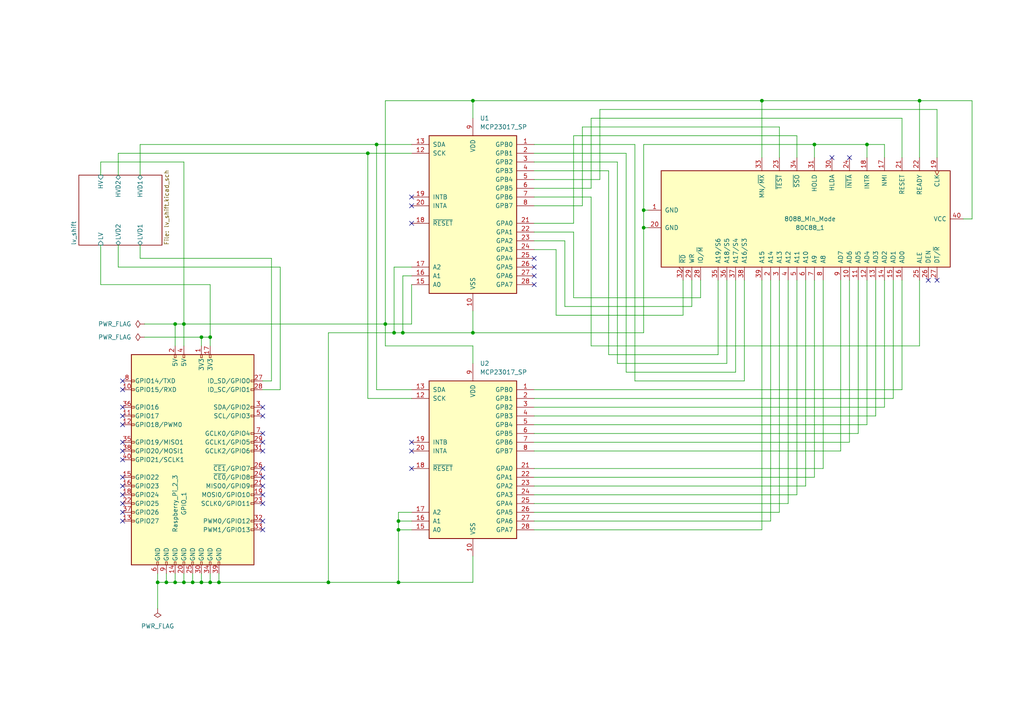
<source format=kicad_sch>
(kicad_sch (version 20211123) (generator eeschema)
  (paper "A4")
  (title_block (title "VirtualXT - RaspberryPI HW Validator") (rev "2"))
  (lib_symbols
    (symbol "Connector:Raspberry_Pi_2_3" (pin_names (offset 1.016))
      (property "Reference" "J" (at -17.78 31.75 0))
      (property "Value" "Raspberry_Pi_2_3" (at 10.16 -31.75 0))
      (symbol "Raspberry_Pi_2_3_0_1"
        (rectangle (start -17.78 30.48) (end 17.78 -30.48) (stroke (width 0.254)) (fill (type background)))
      )
      (symbol "Raspberry_Pi_2_3_1_1"
        (rectangle (start -16.891 -17.526) (end -17.78 -18.034))
        (rectangle (start -16.891 -14.986) (end -17.78 -15.494))
        (rectangle (start -16.891 -12.446) (end -17.78 -12.954))
        (rectangle (start -16.891 -9.906) (end -17.78 -10.414))
        (rectangle (start -16.891 -7.366) (end -17.78 -7.874))
        (rectangle (start -16.891 -4.826) (end -17.78 -5.334))
        (rectangle (start -16.891 0.254) (end -17.78 -0.254))
        (rectangle (start -16.891 2.794) (end -17.78 2.286))
        (rectangle (start -16.891 5.334) (end -17.78 4.826))
        (rectangle (start -16.891 10.414) (end -17.78 9.906))
        (rectangle (start -16.891 12.954) (end -17.78 12.446))
        (rectangle (start -16.891 15.494) (end -17.78 14.986))
        (rectangle (start -16.891 20.574) (end -17.78 20.066))
        (rectangle (start -16.891 23.114) (end -17.78 22.606))
        (rectangle (start -10.414 -29.591) (end -9.906 -30.48))
        (rectangle (start -7.874 -29.591) (end -7.366 -30.48))
        (rectangle (start -5.334 -29.591) (end -4.826 -30.48))
        (rectangle (start -5.334 30.48) (end -4.826 29.591))
        (rectangle (start -2.794 -29.591) (end -2.286 -30.48))
        (rectangle (start -2.794 30.48) (end -2.286 29.591))
        (rectangle (start -0.254 -29.591) (end 0.254 -30.48))
        (rectangle (start 2.286 -29.591) (end 2.794 -30.48))
        (rectangle (start 2.286 30.48) (end 2.794 29.591))
        (rectangle (start 4.826 -29.591) (end 5.334 -30.48))
        (rectangle (start 4.826 30.48) (end 5.334 29.591))
        (rectangle (start 7.366 -29.591) (end 7.874 -30.48))
        (rectangle (start 17.78 -20.066) (end 16.891 -20.574))
        (rectangle (start 17.78 -17.526) (end 16.891 -18.034))
        (rectangle (start 17.78 -12.446) (end 16.891 -12.954))
        (rectangle (start 17.78 -9.906) (end 16.891 -10.414))
        (rectangle (start 17.78 -7.366) (end 16.891 -7.874))
        (rectangle (start 17.78 -4.826) (end 16.891 -5.334))
        (rectangle (start 17.78 -2.286) (end 16.891 -2.794))
        (rectangle (start 17.78 2.794) (end 16.891 2.286))
        (rectangle (start 17.78 5.334) (end 16.891 4.826))
        (rectangle (start 17.78 7.874) (end 16.891 7.366))
        (rectangle (start 17.78 12.954) (end 16.891 12.446))
        (rectangle (start 17.78 15.494) (end 16.891 14.986))
        (rectangle (start 17.78 20.574) (end 16.891 20.066))
        (rectangle (start 17.78 23.114) (end 16.891 22.606))
        (pin power_in line (at 2.54 33.02 270) (length 2.54) (name "3V3") (number "1"))
        (pin bidirectional line (at -20.32 20.32 0) (length 2.54) (name "GPIO15/RXD") (number "10"))
        (pin bidirectional line (at -20.32 12.7 0) (length 2.54) (name "GPIO17") (number "11"))
        (pin bidirectional line (at -20.32 10.16 0) (length 2.54) (name "GPIO18/PWM0") (number "12"))
        (pin bidirectional line (at -20.32 -17.78 0) (length 2.54) (name "GPIO27") (number "13"))
        (pin power_in line (at -5.08 -33.02 90) (length 2.54) (name "GND") (number "14"))
        (pin bidirectional line (at -20.32 -5.08 0) (length 2.54) (name "GPIO22") (number "15"))
        (pin bidirectional line (at -20.32 -7.62 0) (length 2.54) (name "GPIO23") (number "16"))
        (pin power_in line (at 5.08 33.02 270) (length 2.54) (name "3V3") (number "17"))
        (pin bidirectional line (at -20.32 -10.16 0) (length 2.54) (name "GPIO24") (number "18"))
        (pin bidirectional line (at 20.32 -10.16 180) (length 2.54) (name "MOSI0/GPIO10") (number "19"))
        (pin power_in line (at -5.08 33.02 270) (length 2.54) (name "5V") (number "2"))
        (pin power_in line (at -2.54 -33.02 90) (length 2.54) (name "GND") (number "20"))
        (pin bidirectional line (at 20.32 -7.62 180) (length 2.54) (name "MISO0/GPIO9") (number "21"))
        (pin bidirectional line (at -20.32 -12.7 0) (length 2.54) (name "GPIO25") (number "22"))
        (pin bidirectional line (at 20.32 -12.7 180) (length 2.54) (name "SCLK0/GPIO11") (number "23"))
        (pin bidirectional line (at 20.32 -5.08 180) (length 2.54) (name "~{CE0}/GPIO8") (number "24"))
        (pin power_in line (at 0 -33.02 90) (length 2.54) (name "GND") (number "25"))
        (pin bidirectional line (at 20.32 -2.54 180) (length 2.54) (name "~{CE1}/GPIO7") (number "26"))
        (pin bidirectional line (at 20.32 22.86 180) (length 2.54) (name "ID_SD/GPIO0") (number "27"))
        (pin bidirectional line (at 20.32 20.32 180) (length 2.54) (name "ID_SC/GPIO1") (number "28"))
        (pin bidirectional line (at 20.32 5.08 180) (length 2.54) (name "GCLK1/GPIO5") (number "29"))
        (pin bidirectional line (at 20.32 15.24 180) (length 2.54) (name "SDA/GPIO2") (number "3"))
        (pin power_in line (at 2.54 -33.02 90) (length 2.54) (name "GND") (number "30"))
        (pin bidirectional line (at 20.32 2.54 180) (length 2.54) (name "GCLK2/GPIO6") (number "31"))
        (pin bidirectional line (at 20.32 -17.78 180) (length 2.54) (name "PWM0/GPIO12") (number "32"))
        (pin bidirectional line (at 20.32 -20.32 180) (length 2.54) (name "PWM1/GPIO13") (number "33"))
        (pin power_in line (at 5.08 -33.02 90) (length 2.54) (name "GND") (number "34"))
        (pin bidirectional line (at -20.32 5.08 0) (length 2.54) (name "GPIO19/MISO1") (number "35"))
        (pin bidirectional line (at -20.32 15.24 0) (length 2.54) (name "GPIO16") (number "36"))
        (pin bidirectional line (at -20.32 -15.24 0) (length 2.54) (name "GPIO26") (number "37"))
        (pin bidirectional line (at -20.32 2.54 0) (length 2.54) (name "GPIO20/MOSI1") (number "38"))
        (pin power_in line (at 7.62 -33.02 90) (length 2.54) (name "GND") (number "39"))
        (pin power_in line (at -2.54 33.02 270) (length 2.54) (name "5V") (number "4"))
        (pin bidirectional line (at -20.32 0 0) (length 2.54) (name "GPIO21/SCLK1") (number "40"))
        (pin bidirectional line (at 20.32 12.7 180) (length 2.54) (name "SCL/GPIO3") (number "5"))
        (pin power_in line (at -10.16 -33.02 90) (length 2.54) (name "GND") (number "6"))
        (pin bidirectional line (at 20.32 7.62 180) (length 2.54) (name "GCLK0/GPIO4") (number "7"))
        (pin bidirectional line (at -20.32 22.86 0) (length 2.54) (name "GPIO14/TXD") (number "8"))
        (pin power_in line (at -7.62 -33.02 90) (length 2.54) (name "GND") (number "9"))
      )
    )
    (symbol "Interface_Expansion:MCP23017_SP" (pin_names (offset 1.016))
      (property "Reference" "U" (at -11.43 24.13 0))
      (property "Value" "MCP23017_SP" (at 0 0 0))
      (symbol "MCP23017_SP_0_1"
        (rectangle (start -12.7 22.86) (end 12.7 -22.86) (stroke (width 0.254)) (fill (type background)))
      )
      (symbol "MCP23017_SP_1_1"
        (pin bidirectional line (at 17.78 20.32 180) (length 5.08) (name "GPB0") (number "1"))
        (pin power_in line (at 0 -27.94 90) (length 5.08) (name "VSS") (number "10"))
        (pin no_connect line (at -12.7 15.24 0) (length 5.08) hide (name "NC") (number "11"))
        (pin input line (at -17.78 17.78 0) (length 5.08) (name "SCK") (number "12"))
        (pin bidirectional line (at -17.78 20.32 0) (length 5.08) (name "SDA") (number "13"))
        (pin no_connect line (at -12.7 12.7 0) (length 5.08) hide (name "NC") (number "14"))
        (pin input line (at -17.78 -20.32 0) (length 5.08) (name "A0") (number "15"))
        (pin input line (at -17.78 -17.78 0) (length 5.08) (name "A1") (number "16"))
        (pin input line (at -17.78 -15.24 0) (length 5.08) (name "A2") (number "17"))
        (pin input line (at -17.78 -2.54 0) (length 5.08) (name "~{RESET}") (number "18"))
        (pin tri_state line (at -17.78 5.08 0) (length 5.08) (name "INTB") (number "19"))
        (pin bidirectional line (at 17.78 17.78 180) (length 5.08) (name "GPB1") (number "2"))
        (pin tri_state line (at -17.78 2.54 0) (length 5.08) (name "INTA") (number "20"))
        (pin bidirectional line (at 17.78 -2.54 180) (length 5.08) (name "GPA0") (number "21"))
        (pin bidirectional line (at 17.78 -5.08 180) (length 5.08) (name "GPA1") (number "22"))
        (pin bidirectional line (at 17.78 -7.62 180) (length 5.08) (name "GPA2") (number "23"))
        (pin bidirectional line (at 17.78 -10.16 180) (length 5.08) (name "GPA3") (number "24"))
        (pin bidirectional line (at 17.78 -12.7 180) (length 5.08) (name "GPA4") (number "25"))
        (pin bidirectional line (at 17.78 -15.24 180) (length 5.08) (name "GPA5") (number "26"))
        (pin bidirectional line (at 17.78 -17.78 180) (length 5.08) (name "GPA6") (number "27"))
        (pin bidirectional line (at 17.78 -20.32 180) (length 5.08) (name "GPA7") (number "28"))
        (pin bidirectional line (at 17.78 15.24 180) (length 5.08) (name "GPB2") (number "3"))
        (pin bidirectional line (at 17.78 12.7 180) (length 5.08) (name "GPB3") (number "4"))
        (pin bidirectional line (at 17.78 10.16 180) (length 5.08) (name "GPB4") (number "5"))
        (pin bidirectional line (at 17.78 7.62 180) (length 5.08) (name "GPB5") (number "6"))
        (pin bidirectional line (at 17.78 5.08 180) (length 5.08) (name "GPB6") (number "7"))
        (pin bidirectional line (at 17.78 2.54 180) (length 5.08) (name "GPB7") (number "8"))
        (pin power_in line (at 0 27.94 270) (length 5.08) (name "VDD") (number "9"))
      )
    )
    (symbol "MCU_Intel:8088_Min_Mode" (pin_names (offset 1.016))
      (property "Reference" "U" (at -12.7 43.18 0))
      (property "Value" "8088_Min_Mode" (at 10.16 43.18 0))
      (symbol "8088_Min_Mode_0_1"
        (rectangle (start 13.97 -41.91) (end -13.97 41.91) (stroke (width 0.254)) (fill (type background)))
      )
      (symbol "8088_Min_Mode_1_1"
        (pin power_in line (at -2.54 -45.72 90) (length 3.81) (name "GND") (number "1"))
        (pin bidirectional line (at 17.78 12.7 180) (length 3.81) (name "AD6") (number "10"))
        (pin bidirectional line (at 17.78 15.24 180) (length 3.81) (name "AD5") (number "11"))
        (pin bidirectional line (at 17.78 17.78 180) (length 3.81) (name "AD4") (number "12"))
        (pin bidirectional line (at 17.78 20.32 180) (length 3.81) (name "AD3") (number "13"))
        (pin bidirectional line (at 17.78 22.86 180) (length 3.81) (name "AD2") (number "14"))
        (pin bidirectional line (at 17.78 25.4 180) (length 3.81) (name "AD1") (number "15"))
        (pin bidirectional line (at 17.78 27.94 180) (length 3.81) (name "AD0") (number "16"))
        (pin input line (at -17.78 22.86 0) (length 3.81) (name "NMI") (number "17"))
        (pin input line (at -17.78 17.78 0) (length 3.81) (name "INTR") (number "18"))
        (pin input clock (at -17.78 38.1 0) (length 3.81) (name "CLK") (number "19"))
        (pin output line (at 17.78 -10.16 180) (length 3.81) (name "A14") (number "2"))
        (pin power_in line (at 2.54 -45.72 90) (length 3.81) (name "GND") (number "20"))
        (pin input line (at -17.78 27.94 0) (length 3.81) (name "RESET") (number "21"))
        (pin input line (at -17.78 33.02 0) (length 3.81) (name "READY") (number "22"))
        (pin input line (at -17.78 -7.62 0) (length 3.81) (name "~{TEST}") (number "23"))
        (pin output line (at -17.78 12.7 0) (length 3.81) (name "~{INTA}") (number "24"))
        (pin output line (at 17.78 33.02 180) (length 3.81) (name "ALE") (number "25"))
        (pin output line (at 17.78 35.56 180) (length 3.81) (name "DEN") (number "26"))
        (pin output line (at 17.78 38.1 180) (length 3.81) (name "DT/~{R}") (number "27"))
        (pin output line (at 17.78 -30.48 180) (length 3.81) (name "IO/~{M}") (number "28"))
        (pin output line (at 17.78 -33.02 180) (length 3.81) (name "WR") (number "29"))
        (pin output line (at 17.78 -7.62 180) (length 3.81) (name "A13") (number "3"))
        (pin output line (at -17.78 7.62 0) (length 3.81) (name "HLDA") (number "30"))
        (pin input line (at -17.78 2.54 0) (length 3.81) (name "HOLD") (number "31"))
        (pin output output_low (at 17.78 -35.56 180) (length 3.81) (name "~{RD}") (number "32"))
        (pin input line (at -17.78 -12.7 0) (length 3.81) (name "MN/~{MX}") (number "33"))
        (pin output line (at -17.78 -2.54 0) (length 3.81) (name "~{SSO}") (number "34"))
        (pin output line (at 17.78 -25.4 180) (length 3.81) (name "A19/S6") (number "35"))
        (pin output line (at 17.78 -22.86 180) (length 3.81) (name "A18/S5") (number "36"))
        (pin output line (at 17.78 -20.32 180) (length 3.81) (name "A17/S4") (number "37"))
        (pin output line (at 17.78 -17.78 180) (length 3.81) (name "A16/S3") (number "38"))
        (pin output line (at 17.78 -12.7 180) (length 3.81) (name "A15") (number "39"))
        (pin output line (at 17.78 -5.08 180) (length 3.81) (name "A12") (number "4"))
        (pin power_in line (at 0 45.72 270) (length 3.81) (name "VCC") (number "40"))
        (pin output line (at 17.78 -2.54 180) (length 3.81) (name "A11") (number "5"))
        (pin output line (at 17.78 0 180) (length 3.81) (name "A10") (number "6"))
        (pin output line (at 17.78 2.54 180) (length 3.81) (name "A9") (number "7"))
        (pin output line (at 17.78 5.08 180) (length 3.81) (name "A8") (number "8"))
        (pin bidirectional line (at 17.78 10.16 180) (length 3.81) (name "AD7") (number "9"))
      )
    )
    (symbol "power:PWR_FLAG" (power) (pin_numbers hide) (pin_names (offset 0) hide)
      (property "Value" "PWR_FLAG" (at 0 3.81 0))
      (symbol "PWR_FLAG_0_0"
        (pin power_out line (at 0 0 90) (length 0) (name "pwr") (number "1"))
      )
      (symbol "PWR_FLAG_0_1"
        (polyline (pts (xy 0 0) (xy 0 1.27) (xy -1.016 1.905) (xy 0 2.54) (xy 1.016 1.905) (xy 0 1.27)))
      )
    )
  )
  (junction (at 186.69 66.04))
  (junction (at 58.42 168.91))
  (junction (at 266.7 29.21))
  (junction (at 109.22 41.91))
  (junction (at 53.34 168.91))
  (junction (at 53.34 93.98))
  (junction (at 58.42 97.79))
  (junction (at 50.8 168.91))
  (junction (at 220.98 29.21))
  (junction (at 251.46 41.91))
  (junction (at 115.57 151.13))
  (junction (at 60.96 168.91))
  (junction (at 48.26 168.91))
  (junction (at 60.96 97.79))
  (junction (at 137.16 96.52))
  (junction (at 95.25 168.91))
  (junction (at 55.88 168.91))
  (junction (at 115.57 153.67))
  (junction (at 111.76 93.98))
  (junction (at 115.57 168.91))
  (junction (at 236.22 41.91))
  (junction (at 106.68 44.45))
  (junction (at 114.3 96.52))
  (junction (at 63.5 168.91))
  (junction (at 137.16 29.21))
  (junction (at 186.69 60.96))
  (junction (at 116.84 96.52))
  (junction (at 45.72 168.91))
  (junction (at 50.8 93.98))
  (no_connect (at 271.78 81.28))
  (no_connect (at 269.24 81.28))
  (no_connect (at 246.38 45.72))
  (no_connect (at 241.3 45.72))
  (no_connect (at 35.56 110.49))
  (no_connect (at 35.56 113.03))
  (no_connect (at 76.2 146.05))
  (no_connect (at 76.2 143.51))
  (no_connect (at 76.2 140.97))
  (no_connect (at 76.2 138.43))
  (no_connect (at 76.2 135.89))
  (no_connect (at 119.38 128.27))
  (no_connect (at 119.38 130.81))
  (no_connect (at 119.38 135.89))
  (no_connect (at 76.2 153.67))
  (no_connect (at 76.2 151.13))
  (no_connect (at 76.2 130.81))
  (no_connect (at 76.2 128.27))
  (no_connect (at 76.2 125.73))
  (no_connect (at 76.2 120.65))
  (no_connect (at 76.2 118.11))
  (no_connect (at 35.56 118.11))
  (no_connect (at 35.56 120.65))
  (no_connect (at 35.56 123.19))
  (no_connect (at 35.56 128.27))
  (no_connect (at 35.56 130.81))
  (no_connect (at 35.56 133.35))
  (no_connect (at 35.56 138.43))
  (no_connect (at 35.56 140.97))
  (no_connect (at 35.56 143.51))
  (no_connect (at 35.56 146.05))
  (no_connect (at 35.56 148.59))
  (no_connect (at 35.56 151.13))
  (no_connect (at 154.94 80.01))
  (no_connect (at 154.94 82.55))
  (no_connect (at 154.94 74.93))
  (no_connect (at 154.94 77.47))
  (no_connect (at 119.38 57.15))
  (no_connect (at 119.38 59.69))
  (no_connect (at 119.38 64.77))
  (wire (pts (xy 243.84 130.81) (xy 243.84 81.28)))
  (wire (pts (xy 226.06 36.83) (xy 168.91 36.83)))
  (wire (pts (xy 271.78 31.75) (xy 271.78 45.72)))
  (wire (pts (xy 53.34 46.99) (xy 53.34 93.98)))
  (wire (pts (xy 171.45 34.29) (xy 171.45 54.61)))
  (wire (pts (xy 58.42 166.37) (xy 58.42 168.91)))
  (wire (pts (xy 41.91 93.98) (xy 50.8 93.98)))
  (wire (pts (xy 254 120.65) (xy 254 81.28)))
  (wire (pts (xy 76.2 113.03) (xy 81.28 113.03)))
  (wire (pts (xy 119.38 80.01) (xy 116.84 80.01)))
  (wire (pts (xy 34.29 44.45) (xy 34.29 50.8)))
  (wire (pts (xy 45.72 168.91) (xy 48.26 168.91)))
  (wire (pts (xy 63.5 168.91) (xy 95.25 168.91)))
  (wire (pts (xy 163.83 69.85) (xy 163.83 88.9)))
  (wire (pts (xy 213.36 81.28) (xy 213.36 107.95)))
  (wire (pts (xy 266.7 81.28) (xy 266.7 100.33)))
  (wire (pts (xy 114.3 96.52) (xy 116.84 96.52)))
  (wire (pts (xy 226.06 45.72) (xy 226.06 36.83)))
  (wire (pts (xy 137.16 96.52) (xy 186.69 96.52)))
  (wire (pts (xy 171.45 100.33) (xy 171.45 57.15)))
  (wire (pts (xy 78.74 74.93) (xy 40.64 74.93)))
  (wire (pts (xy 213.36 107.95) (xy 181.61 107.95)))
  (wire (pts (xy 106.68 115.57) (xy 106.68 44.45)))
  (wire (pts (xy 246.38 128.27) (xy 246.38 81.28)))
  (wire (pts (xy 198.12 81.28) (xy 198.12 91.44)))
  (wire (pts (xy 76.2 110.49) (xy 78.74 110.49)))
  (wire (pts (xy 154.94 113.03) (xy 261.62 113.03)))
  (wire (pts (xy 231.14 143.51) (xy 231.14 81.28)))
  (wire (pts (xy 154.94 115.57) (xy 259.08 115.57)))
  (wire (pts (xy 58.42 168.91) (xy 60.96 168.91)))
  (wire (pts (xy 231.14 39.37) (xy 231.14 45.72)))
  (wire (pts (xy 115.57 168.91) (xy 137.16 168.91)))
  (wire (pts (xy 166.37 67.31) (xy 154.94 67.31)))
  (wire (pts (xy 119.38 113.03) (xy 109.22 113.03)))
  (wire (pts (xy 154.94 128.27) (xy 246.38 128.27)))
  (wire (pts (xy 106.68 44.45) (xy 119.38 44.45)))
  (wire (pts (xy 261.62 34.29) (xy 171.45 34.29)))
  (wire (pts (xy 115.57 151.13) (xy 115.57 153.67)))
  (wire (pts (xy 116.84 80.01) (xy 116.84 96.52)))
  (wire (pts (xy 186.69 41.91) (xy 236.22 41.91)))
  (wire (pts (xy 181.61 107.95) (xy 181.61 44.45)))
  (wire (pts (xy 95.25 168.91) (xy 115.57 168.91)))
  (wire (pts (xy 266.7 29.21) (xy 266.7 45.72)))
  (wire (pts (xy 137.16 29.21) (xy 137.16 34.29)))
  (wire (pts (xy 81.28 77.47) (xy 34.29 77.47)))
  (wire (pts (xy 78.74 110.49) (xy 78.74 74.93)))
  (wire (pts (xy 281.94 29.21) (xy 266.7 29.21)))
  (wire (pts (xy 45.72 168.91) (xy 45.72 176.53)))
  (wire (pts (xy 236.22 138.43) (xy 236.22 81.28)))
  (wire (pts (xy 179.07 46.99) (xy 179.07 105.41)))
  (wire (pts (xy 220.98 29.21) (xy 137.16 29.21)))
  (wire (pts (xy 173.99 31.75) (xy 271.78 31.75)))
  (wire (pts (xy 203.2 86.36) (xy 166.37 86.36)))
  (wire (pts (xy 186.69 66.04) (xy 186.69 60.96)))
  (wire (pts (xy 60.96 168.91) (xy 63.5 168.91)))
  (wire (pts (xy 63.5 166.37) (xy 63.5 168.91)))
  (wire (pts (xy 261.62 45.72) (xy 261.62 34.29)))
  (wire (pts (xy 111.76 93.98) (xy 111.76 100.33)))
  (wire (pts (xy 48.26 166.37) (xy 48.26 168.91)))
  (wire (pts (xy 279.4 63.5) (xy 281.94 63.5)))
  (wire (pts (xy 179.07 105.41) (xy 210.82 105.41)))
  (wire (pts (xy 168.91 59.69) (xy 154.94 59.69)))
  (wire (pts (xy 40.64 74.93) (xy 40.64 71.12)))
  (wire (pts (xy 220.98 29.21) (xy 220.98 45.72)))
  (wire (pts (xy 58.42 97.79) (xy 60.96 97.79)))
  (wire (pts (xy 210.82 105.41) (xy 210.82 81.28)))
  (wire (pts (xy 60.96 100.33) (xy 60.96 97.79)))
  (wire (pts (xy 281.94 63.5) (xy 281.94 29.21)))
  (wire (pts (xy 116.84 96.52) (xy 137.16 96.52)))
  (wire (pts (xy 115.57 153.67) (xy 115.57 168.91)))
  (wire (pts (xy 29.21 82.55) (xy 29.21 71.12)))
  (wire (pts (xy 29.21 82.55) (xy 60.96 82.55)))
  (wire (pts (xy 266.7 100.33) (xy 171.45 100.33)))
  (wire (pts (xy 95.25 96.52) (xy 114.3 96.52)))
  (wire (pts (xy 163.83 88.9) (xy 200.66 88.9)))
  (wire (pts (xy 60.96 82.55) (xy 60.96 97.79)))
  (wire (pts (xy 168.91 36.83) (xy 168.91 59.69)))
  (wire (pts (xy 40.64 50.8) (xy 40.64 41.91)))
  (wire (pts (xy 259.08 81.28) (xy 259.08 115.57)))
  (wire (pts (xy 119.38 148.59) (xy 115.57 148.59)))
  (wire (pts (xy 154.94 146.05) (xy 228.6 146.05)))
  (wire (pts (xy 119.38 93.98) (xy 119.38 82.55)))
  (wire (pts (xy 198.12 91.44) (xy 161.29 91.44)))
  (wire (pts (xy 119.38 77.47) (xy 114.3 77.47)))
  (wire (pts (xy 256.54 118.11) (xy 256.54 81.28)))
  (wire (pts (xy 53.34 166.37) (xy 53.34 168.91)))
  (wire (pts (xy 111.76 93.98) (xy 111.76 29.21)))
  (wire (pts (xy 251.46 41.91) (xy 256.54 41.91)))
  (wire (pts (xy 184.15 110.49) (xy 215.9 110.49)))
  (wire (pts (xy 154.94 130.81) (xy 243.84 130.81)))
  (wire (pts (xy 166.37 39.37) (xy 231.14 39.37)))
  (wire (pts (xy 154.94 123.19) (xy 251.46 123.19)))
  (wire (pts (xy 154.94 120.65) (xy 254 120.65)))
  (wire (pts (xy 154.94 46.99) (xy 179.07 46.99)))
  (wire (pts (xy 50.8 166.37) (xy 50.8 168.91)))
  (wire (pts (xy 236.22 41.91) (xy 251.46 41.91)))
  (wire (pts (xy 109.22 113.03) (xy 109.22 41.91)))
  (wire (pts (xy 111.76 93.98) (xy 119.38 93.98)))
  (wire (pts (xy 40.64 41.91) (xy 109.22 41.91)))
  (wire (pts (xy 29.21 50.8) (xy 29.21 46.99)))
  (wire (pts (xy 220.98 153.67) (xy 220.98 81.28)))
  (wire (pts (xy 45.72 166.37) (xy 45.72 168.91)))
  (wire (pts (xy 161.29 91.44) (xy 161.29 72.39)))
  (wire (pts (xy 171.45 54.61) (xy 154.94 54.61)))
  (wire (pts (xy 203.2 81.28) (xy 203.2 86.36)))
  (wire (pts (xy 208.28 81.28) (xy 208.28 102.87)))
  (wire (pts (xy 109.22 41.91) (xy 119.38 41.91)))
  (wire (pts (xy 111.76 100.33) (xy 137.16 100.33)))
  (wire (pts (xy 154.94 72.39) (xy 161.29 72.39)))
  (wire (pts (xy 171.45 57.15) (xy 154.94 57.15)))
  (wire (pts (xy 215.9 110.49) (xy 215.9 81.28)))
  (wire (pts (xy 137.16 96.52) (xy 137.16 90.17)))
  (wire (pts (xy 186.69 96.52) (xy 186.69 66.04)))
  (wire (pts (xy 154.94 143.51) (xy 231.14 143.51)))
  (wire (pts (xy 154.94 138.43) (xy 236.22 138.43)))
  (wire (pts (xy 173.99 52.07) (xy 173.99 31.75)))
  (wire (pts (xy 154.94 153.67) (xy 220.98 153.67)))
  (wire (pts (xy 208.28 102.87) (xy 176.53 102.87)))
  (wire (pts (xy 115.57 151.13) (xy 119.38 151.13)))
  (wire (pts (xy 106.68 115.57) (xy 119.38 115.57)))
  (wire (pts (xy 154.94 118.11) (xy 256.54 118.11)))
  (wire (pts (xy 154.94 41.91) (xy 184.15 41.91)))
  (wire (pts (xy 200.66 88.9) (xy 200.66 81.28)))
  (wire (pts (xy 154.94 52.07) (xy 173.99 52.07)))
  (wire (pts (xy 95.25 168.91) (xy 95.25 96.52)))
  (wire (pts (xy 58.42 97.79) (xy 58.42 100.33)))
  (wire (pts (xy 166.37 64.77) (xy 154.94 64.77)))
  (wire (pts (xy 186.69 41.91) (xy 186.69 60.96)))
  (wire (pts (xy 176.53 102.87) (xy 176.53 49.53)))
  (wire (pts (xy 55.88 166.37) (xy 55.88 168.91)))
  (wire (pts (xy 233.68 140.97) (xy 233.68 81.28)))
  (wire (pts (xy 34.29 77.47) (xy 34.29 71.12)))
  (wire (pts (xy 34.29 44.45) (xy 106.68 44.45)))
  (wire (pts (xy 81.28 113.03) (xy 81.28 77.47)))
  (wire (pts (xy 248.92 125.73) (xy 248.92 81.28)))
  (wire (pts (xy 186.69 66.04) (xy 187.96 66.04)))
  (wire (pts (xy 154.94 140.97) (xy 233.68 140.97)))
  (wire (pts (xy 236.22 41.91) (xy 236.22 45.72)))
  (wire (pts (xy 53.34 100.33) (xy 53.34 93.98)))
  (wire (pts (xy 154.94 125.73) (xy 248.92 125.73)))
  (wire (pts (xy 251.46 45.72) (xy 251.46 41.91)))
  (wire (pts (xy 238.76 135.89) (xy 238.76 81.28)))
  (wire (pts (xy 137.16 168.91) (xy 137.16 161.29)))
  (wire (pts (xy 181.61 44.45) (xy 154.94 44.45)))
  (wire (pts (xy 41.91 97.79) (xy 58.42 97.79)))
  (wire (pts (xy 60.96 166.37) (xy 60.96 168.91)))
  (wire (pts (xy 266.7 29.21) (xy 220.98 29.21)))
  (wire (pts (xy 154.94 135.89) (xy 238.76 135.89)))
  (wire (pts (xy 115.57 153.67) (xy 119.38 153.67)))
  (wire (pts (xy 154.94 148.59) (xy 226.06 148.59)))
  (wire (pts (xy 226.06 81.28) (xy 226.06 148.59)))
  (wire (pts (xy 256.54 45.72) (xy 256.54 41.91)))
  (wire (pts (xy 137.16 100.33) (xy 137.16 105.41)))
  (wire (pts (xy 154.94 69.85) (xy 163.83 69.85)))
  (wire (pts (xy 53.34 93.98) (xy 50.8 93.98)))
  (wire (pts (xy 154.94 151.13) (xy 223.52 151.13)))
  (wire (pts (xy 251.46 123.19) (xy 251.46 81.28)))
  (wire (pts (xy 55.88 168.91) (xy 58.42 168.91)))
  (wire (pts (xy 261.62 113.03) (xy 261.62 81.28)))
  (wire (pts (xy 228.6 146.05) (xy 228.6 81.28)))
  (wire (pts (xy 114.3 77.47) (xy 114.3 96.52)))
  (wire (pts (xy 176.53 49.53) (xy 154.94 49.53)))
  (wire (pts (xy 53.34 168.91) (xy 55.88 168.91)))
  (wire (pts (xy 29.21 46.99) (xy 53.34 46.99)))
  (wire (pts (xy 223.52 151.13) (xy 223.52 81.28)))
  (wire (pts (xy 184.15 41.91) (xy 184.15 110.49)))
  (wire (pts (xy 50.8 168.91) (xy 53.34 168.91)))
  (wire (pts (xy 53.34 93.98) (xy 111.76 93.98)))
  (wire (pts (xy 115.57 148.59) (xy 115.57 151.13)))
  (wire (pts (xy 166.37 86.36) (xy 166.37 67.31)))
  (wire (pts (xy 48.26 168.91) (xy 50.8 168.91)))
  (wire (pts (xy 50.8 93.98) (xy 50.8 100.33)))
  (wire (pts (xy 166.37 64.77) (xy 166.37 39.37)))
  (wire (pts (xy 186.69 60.96) (xy 187.96 60.96)))
  (wire (pts (xy 111.76 29.21) (xy 137.16 29.21)))
  (symbol (lib_id "power:PWR_FLAG") (at 41.91 93.98 90) (unit 1)
    (property "Reference" "#FLG0102" (effects hide))
    (property "Value" "PWR_FLAG" (at 38.1 93.9799 90) (effects (justify left)))
  )
  (symbol (lib_id "Connector:Raspberry_Pi_2_3") (at 55.88 133.35 0) (unit 1)
    (property "Reference" "GPIO_1" (at 53.34 146.05 90))
    (property "Value" "Raspberry_Pi_2_3" (at 50.8 146.05 90))
    (property "Footprint" "Connector_PinSocket_2.54mm:PinSocket_2x20_P2.54mm_Vertical" (effects hide))
    (property "Datasheet" "https://www.raspberrypi.org/documentation/hardware/raspberrypi/schematics/rpi_SCH_3bplus_1p0_reduced.pdf" (effects hide))
  )
  (symbol (lib_id "power:PWR_FLAG") (at 45.72 176.53 180) (unit 1)
    (property "Reference" "#FLG0101" (effects hide))
    (property "Value" "PWR_FLAG" (at 45.72 181.61 0))
  )
  (symbol (lib_id "power:PWR_FLAG") (at 41.91 97.79 90) (unit 1)
    (property "Reference" "#FLG0103" (effects hide))
    (property "Value" "PWR_FLAG" (at 38.1 97.7899 90) (effects (justify left)))
  )
  (symbol (lib_id "MCU_Intel:8088_Min_Mode") (at 233.68 63.5 270) (unit 1)
    (property "Reference" "80C88_1" (at 234.95 66.04 90))
    (property "Value" "8088_Min_Mode" (at 234.95 63.5 90))
    (property "Footprint" "Package_DIP:DIP-40_W15.24mm_Socket" (effects hide))
    (property "Datasheet" "http://datasheets.chipdb.org/Intel/x86/808x/datashts/8088/231456-006.pdf" (effects hide))
  )
  (symbol (lib_id "Interface_Expansion:MCP23017_SP") (at 137.16 62.23 0) (unit 1)
    (property "Reference" "U1" (at 139.1794 34.29 0) (effects (justify left)))
    (property "Value" "MCP23017_SP" (at 139.1794 36.83 0) (effects (justify left)))
    (property "Footprint" "Package_DIP:DIP-28_W7.62mm_Socket" (effects hide))
    (property "Datasheet" "http://ww1.microchip.com/downloads/en/DeviceDoc/20001952C.pdf" (effects hide))
  )
  (symbol (lib_id "Interface_Expansion:MCP23017_SP") (at 137.16 133.35 0) (unit 1)
    (property "Reference" "U2" (at 139.1794 105.41 0) (effects (justify left)))
    (property "Value" "MCP23017_SP" (at 139.1794 107.95 0) (effects (justify left)))
    (property "Footprint" "Package_DIP:DIP-28_W7.62mm_Socket" (effects hide))
    (property "Datasheet" "http://ww1.microchip.com/downloads/en/DeviceDoc/20001952C.pdf" (effects hide))
  )
  (sheet (at 22.86 50.8) (size 24.13 20.32) (stroke (width 0.1524))
    (property "Sheet name" "lv_shift" (at 22.1484 71.12 90) (effects (justify left bottom)))
    (property "Sheet file" "lv_shift.kicad_sch" (at 47.5746 71.12 90) (effects (justify left top)))
    (pin "HVD1" bidirectional (at 40.64 50.8 90))
    (pin "LVD2" bidirectional (at 34.29 71.12 270))
    (pin "LVD1" bidirectional (at 40.64 71.12 270))
    (pin "HV" input (at 29.21 50.8 90))
    (pin "LV" input (at 29.21 71.12 270))
    (pin "HVD2" bidirectional (at 34.29 50.8 90))
  )
)
</source>
